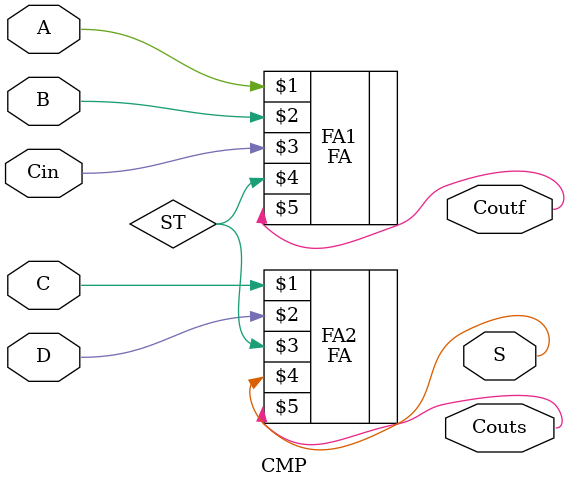
<source format=v>
module CMP(A,B,C,D,Cin,S,Coutf,Couts); 
    input A, B, C, D, Cin; 
    output S, Coutf, Couts; 
    wire ST; 
    FA FA1(A,B,Cin,ST,Coutf); 
    FA FA2(C,D,ST,S,Couts); 
endmodule
</source>
